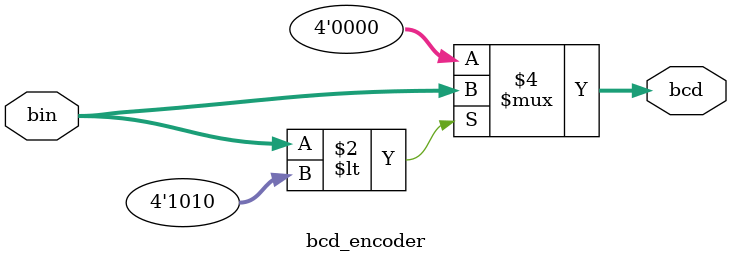
<source format=v>
module bcd_encoder (
    input [3:0] bin,
    output reg [3:0] bcd
);

    always @(bin) begin
        if (bin < 4'b1010)
            bcd = bin;
        else
            bcd = 4'b0000; 
    end
endmodule
</source>
